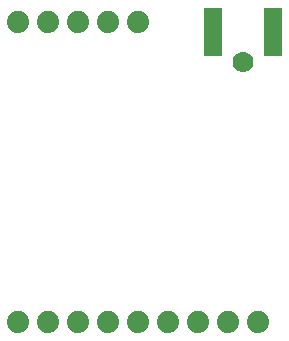
<source format=gbr>
G04 EAGLE Gerber RS-274X export*
G75*
%MOMM*%
%FSLAX34Y34*%
%LPD*%
%INSoldermask Bottom*%
%IPPOS*%
%AMOC8*
5,1,8,0,0,1.08239X$1,22.5*%
G01*
%ADD10R,1.625600X4.165600*%
%ADD11C,1.879600*%
%ADD12C,1.778000*%


D10*
X241300Y270510D03*
X190500Y270510D03*
D11*
X25400Y25400D03*
X50800Y25400D03*
X76200Y25400D03*
X101600Y25400D03*
X127000Y25400D03*
X152400Y25400D03*
X177800Y25400D03*
X203200Y25400D03*
X228600Y25400D03*
X25400Y279400D03*
X50800Y279400D03*
X76200Y279400D03*
X101600Y279400D03*
X127000Y279400D03*
D12*
X215900Y245110D03*
M02*

</source>
